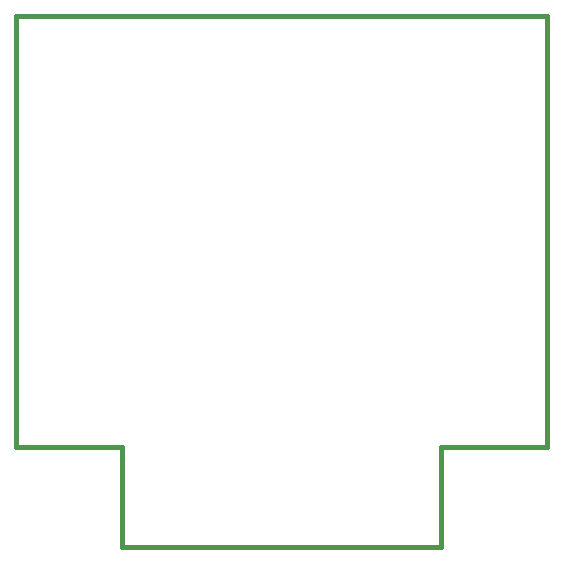
<source format=gko>
%FSLAX33Y33*%
%MOMM*%
%ADD10C,0.381*%
D10*
%LNpath-0*%
G01*
X9000Y0D02*
X36000Y0D01*
X36000Y8500*
X45000Y8500*
X45000Y45000*
X0Y45000*
X0Y8500*
X9000Y8500*
X9000Y0*
%LNmechanical details_traces*%
M02*
</source>
